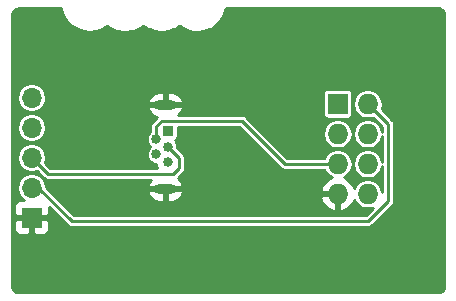
<source format=gbr>
G04 #@! TF.GenerationSoftware,KiCad,Pcbnew,5.0.2-bee76a0~70~ubuntu18.04.1*
G04 #@! TF.CreationDate,2019-08-13T19:21:40+01:00*
G04 #@! TF.ProjectId,SOICbite_USB,534f4943-6269-4746-955f-5553422e6b69,rev?*
G04 #@! TF.SameCoordinates,Original*
G04 #@! TF.FileFunction,Copper,L2,Bot*
G04 #@! TF.FilePolarity,Positive*
%FSLAX46Y46*%
G04 Gerber Fmt 4.6, Leading zero omitted, Abs format (unit mm)*
G04 Created by KiCad (PCBNEW 5.0.2-bee76a0~70~ubuntu18.04.1) date Tue 13 Aug 2019 19:21:40 BST*
%MOMM*%
%LPD*%
G01*
G04 APERTURE LIST*
G04 #@! TA.AperFunction,ComponentPad*
%ADD10R,0.840000X0.840000*%
G04 #@! TD*
G04 #@! TA.AperFunction,ComponentPad*
%ADD11C,0.840000*%
G04 #@! TD*
G04 #@! TA.AperFunction,ComponentPad*
%ADD12O,1.850000X0.850000*%
G04 #@! TD*
G04 #@! TA.AperFunction,ComponentPad*
%ADD13R,1.727200X1.727200*%
G04 #@! TD*
G04 #@! TA.AperFunction,ComponentPad*
%ADD14O,1.727200X1.727200*%
G04 #@! TD*
G04 #@! TA.AperFunction,ComponentPad*
%ADD15R,1.700000X1.700000*%
G04 #@! TD*
G04 #@! TA.AperFunction,ComponentPad*
%ADD16O,1.700000X1.700000*%
G04 #@! TD*
G04 #@! TA.AperFunction,Conductor*
%ADD17C,0.250000*%
G04 #@! TD*
G04 #@! TA.AperFunction,Conductor*
%ADD18C,0.254000*%
G04 #@! TD*
G04 APERTURE END LIST*
D10*
G04 #@! TO.P,J1,1*
G04 #@! TO.N,+5V*
X118650000Y-94400000D03*
D11*
G04 #@! TO.P,J1,2*
G04 #@! TO.N,/USB-*
X117650000Y-95050000D03*
G04 #@! TO.P,J1,3*
G04 #@! TO.N,/USB+*
X118650000Y-95700000D03*
G04 #@! TO.P,J1,4*
G04 #@! TO.N,/USB_ID*
X117650000Y-96350000D03*
G04 #@! TO.P,J1,5*
G04 #@! TO.N,GND*
X118650000Y-97000000D03*
D12*
G04 #@! TO.P,J1,6*
X118430000Y-92125000D03*
X118430000Y-99275000D03*
G04 #@! TD*
D13*
G04 #@! TO.P,J2,1*
G04 #@! TO.N,+5V*
X133015001Y-92060001D03*
D14*
G04 #@! TO.P,J2,2*
G04 #@! TO.N,/USB_ID*
X135555001Y-92060001D03*
G04 #@! TO.P,J2,3*
G04 #@! TO.N,/USB+*
X133015001Y-94600001D03*
G04 #@! TO.P,J2,4*
G04 #@! TO.N,N/C*
X135555001Y-94600001D03*
G04 #@! TO.P,J2,5*
G04 #@! TO.N,/USB-*
X133015001Y-97140001D03*
G04 #@! TO.P,J2,6*
G04 #@! TO.N,N/C*
X135555001Y-97140001D03*
G04 #@! TO.P,J2,7*
G04 #@! TO.N,GND*
X133015001Y-99680001D03*
G04 #@! TO.P,J2,8*
G04 #@! TO.N,N/C*
X135555001Y-99680001D03*
G04 #@! TD*
D15*
G04 #@! TO.P,J3,1*
G04 #@! TO.N,GND*
X107100000Y-101700000D03*
D16*
G04 #@! TO.P,J3,2*
G04 #@! TO.N,/USB_ID*
X107100000Y-99160000D03*
G04 #@! TO.P,J3,3*
G04 #@! TO.N,/USB+*
X107100000Y-96620000D03*
G04 #@! TO.P,J3,4*
G04 #@! TO.N,/USB-*
X107100000Y-94080000D03*
G04 #@! TO.P,J3,5*
G04 #@! TO.N,+5V*
X107100000Y-91540000D03*
G04 #@! TD*
D17*
G04 #@! TO.N,/USB-*
X117650000Y-93974998D02*
X117650000Y-94456031D01*
X118124998Y-93500000D02*
X117650000Y-93974998D01*
X124900000Y-93500000D02*
X118124998Y-93500000D01*
X117650000Y-94456031D02*
X117650000Y-95050000D01*
X133015001Y-97140001D02*
X128540001Y-97140001D01*
X128540001Y-97140001D02*
X124900000Y-93500000D01*
G04 #@! TO.N,/USB+*
X107949999Y-97469999D02*
X107100000Y-96620000D01*
X108480000Y-98000000D02*
X107949999Y-97469999D01*
X119100000Y-98000000D02*
X108480000Y-98000000D01*
X119600000Y-97500000D02*
X119100000Y-98000000D01*
X118650000Y-95700000D02*
X119600000Y-96650000D01*
X119600000Y-96650000D02*
X119600000Y-97500000D01*
G04 #@! TO.N,/USB_ID*
X110500000Y-102000000D02*
X107660000Y-99160000D01*
X137300000Y-100300000D02*
X135600000Y-102000000D01*
X107660000Y-99160000D02*
X107100000Y-99160000D01*
X135600000Y-102000000D02*
X110500000Y-102000000D01*
X135555001Y-92060001D02*
X137300000Y-93805000D01*
X137300000Y-93805000D02*
X137300000Y-100300000D01*
G04 #@! TD*
D18*
G04 #@! TO.N,GND*
G36*
X109716264Y-84393348D02*
X109740339Y-84450411D01*
X109763680Y-84507678D01*
X109766522Y-84512470D01*
X110058792Y-84998409D01*
X110097888Y-85046388D01*
X110136390Y-85094835D01*
X110140463Y-85098637D01*
X110557371Y-85483012D01*
X110608329Y-85518067D01*
X110658914Y-85553784D01*
X110663890Y-85556290D01*
X111171923Y-85808204D01*
X111230727Y-85827566D01*
X111289248Y-85847631D01*
X111294727Y-85848639D01*
X111853042Y-85947840D01*
X111914867Y-85949918D01*
X111976719Y-85952754D01*
X111982260Y-85952183D01*
X112545978Y-85890695D01*
X112605918Y-85875333D01*
X112666059Y-85860700D01*
X112671215Y-85858598D01*
X112671220Y-85858597D01*
X112671225Y-85858594D01*
X113195020Y-85641365D01*
X113248212Y-85609813D01*
X113301859Y-85578872D01*
X113306220Y-85575406D01*
X113462691Y-85449487D01*
X113620216Y-85575740D01*
X113644462Y-85590258D01*
X113666289Y-85608202D01*
X113725576Y-85638967D01*
X114255310Y-85866287D01*
X114282989Y-85873924D01*
X114309250Y-85885520D01*
X114374625Y-85899208D01*
X114945977Y-85975697D01*
X114974689Y-85975609D01*
X115003101Y-85979716D01*
X115069750Y-85975319D01*
X115640624Y-85895342D01*
X115668251Y-85887537D01*
X115696723Y-85883852D01*
X115759734Y-85861693D01*
X116288071Y-85631145D01*
X116312584Y-85616197D01*
X116339015Y-85604991D01*
X116393746Y-85566704D01*
X116554942Y-85435353D01*
X116710675Y-85560169D01*
X116734921Y-85574687D01*
X116756748Y-85592631D01*
X116816035Y-85623396D01*
X117345769Y-85850716D01*
X117373448Y-85858353D01*
X117399709Y-85869949D01*
X117465084Y-85883637D01*
X118036436Y-85960126D01*
X118065148Y-85960038D01*
X118093560Y-85964145D01*
X118160209Y-85959748D01*
X118731083Y-85879771D01*
X118758710Y-85871966D01*
X118787182Y-85868281D01*
X118850193Y-85846122D01*
X119378530Y-85615574D01*
X119403043Y-85600626D01*
X119429474Y-85589420D01*
X119484205Y-85551133D01*
X119622752Y-85438238D01*
X119640778Y-85453434D01*
X119645521Y-85456356D01*
X120126500Y-85748578D01*
X120183414Y-85772890D01*
X120240023Y-85797894D01*
X120245396Y-85799367D01*
X120789059Y-85944849D01*
X120850523Y-85952212D01*
X120911861Y-85960321D01*
X120917431Y-85960227D01*
X121480074Y-85947273D01*
X121541105Y-85937094D01*
X121602283Y-85927657D01*
X121607603Y-85926003D01*
X122143993Y-85755654D01*
X122199704Y-85728760D01*
X122255784Y-85702527D01*
X122260426Y-85699447D01*
X122727445Y-85385399D01*
X122773352Y-85343964D01*
X122819832Y-85303031D01*
X122823423Y-85298771D01*
X123183528Y-84866269D01*
X123215983Y-84813579D01*
X123249084Y-84761281D01*
X123251334Y-84756185D01*
X123475577Y-84239997D01*
X123491936Y-84180324D01*
X123509030Y-84120832D01*
X123509760Y-84115308D01*
X123526682Y-83981000D01*
X141547373Y-83981000D01*
X141564073Y-83977678D01*
X141704761Y-84005663D01*
X141878349Y-84121651D01*
X141994337Y-84295239D01*
X142022322Y-84435928D01*
X142019000Y-84452628D01*
X142019001Y-107547373D01*
X142022322Y-107564070D01*
X141994337Y-107704761D01*
X141878349Y-107878349D01*
X141704761Y-107994337D01*
X141564073Y-108022322D01*
X141547373Y-108019000D01*
X105952627Y-108019000D01*
X105935927Y-108022322D01*
X105795239Y-107994337D01*
X105621651Y-107878349D01*
X105505663Y-107704761D01*
X105477678Y-107564073D01*
X105481000Y-107547373D01*
X105481000Y-101985750D01*
X105615000Y-101985750D01*
X105615000Y-102676310D01*
X105711673Y-102909699D01*
X105890302Y-103088327D01*
X106123691Y-103185000D01*
X106814250Y-103185000D01*
X106973000Y-103026250D01*
X106973000Y-101827000D01*
X107227000Y-101827000D01*
X107227000Y-103026250D01*
X107385750Y-103185000D01*
X108076309Y-103185000D01*
X108309698Y-103088327D01*
X108488327Y-102909699D01*
X108585000Y-102676310D01*
X108585000Y-101985750D01*
X108426250Y-101827000D01*
X107227000Y-101827000D01*
X106973000Y-101827000D01*
X105773750Y-101827000D01*
X105615000Y-101985750D01*
X105481000Y-101985750D01*
X105481000Y-100723690D01*
X105615000Y-100723690D01*
X105615000Y-101414250D01*
X105773750Y-101573000D01*
X106973000Y-101573000D01*
X106973000Y-101553000D01*
X107227000Y-101553000D01*
X107227000Y-101573000D01*
X108426250Y-101573000D01*
X108585000Y-101414250D01*
X108585000Y-100800592D01*
X110106965Y-102322558D01*
X110135194Y-102364806D01*
X110177441Y-102393034D01*
X110177442Y-102393035D01*
X110302569Y-102476641D01*
X110500000Y-102515913D01*
X110549835Y-102506000D01*
X135550166Y-102506000D01*
X135600000Y-102515913D01*
X135649834Y-102506000D01*
X135649835Y-102506000D01*
X135797431Y-102476641D01*
X135964806Y-102364806D01*
X135993039Y-102322553D01*
X137622555Y-100693037D01*
X137664806Y-100664806D01*
X137776641Y-100497431D01*
X137806000Y-100349835D01*
X137815913Y-100300001D01*
X137806000Y-100250167D01*
X137806000Y-93854833D01*
X137815913Y-93804999D01*
X137794516Y-93697431D01*
X137776641Y-93607569D01*
X137664806Y-93440194D01*
X137622556Y-93411964D01*
X136732170Y-92521579D01*
X136823984Y-92060001D01*
X136727388Y-91574382D01*
X136452307Y-91162695D01*
X136040620Y-90887614D01*
X135677582Y-90815401D01*
X135432420Y-90815401D01*
X135069382Y-90887614D01*
X134657695Y-91162695D01*
X134382614Y-91574382D01*
X134286018Y-92060001D01*
X134382614Y-92545620D01*
X134657695Y-92957307D01*
X135069382Y-93232388D01*
X135432420Y-93304601D01*
X135677582Y-93304601D01*
X136016579Y-93237170D01*
X136794000Y-94014592D01*
X136794000Y-94449262D01*
X136727388Y-94114382D01*
X136452307Y-93702695D01*
X136040620Y-93427614D01*
X135677582Y-93355401D01*
X135432420Y-93355401D01*
X135069382Y-93427614D01*
X134657695Y-93702695D01*
X134382614Y-94114382D01*
X134286018Y-94600001D01*
X134382614Y-95085620D01*
X134657695Y-95497307D01*
X135069382Y-95772388D01*
X135432420Y-95844601D01*
X135677582Y-95844601D01*
X136040620Y-95772388D01*
X136452307Y-95497307D01*
X136727388Y-95085620D01*
X136794000Y-94750739D01*
X136794000Y-96989264D01*
X136727388Y-96654382D01*
X136452307Y-96242695D01*
X136040620Y-95967614D01*
X135677582Y-95895401D01*
X135432420Y-95895401D01*
X135069382Y-95967614D01*
X134657695Y-96242695D01*
X134382614Y-96654382D01*
X134286018Y-97140001D01*
X134382614Y-97625620D01*
X134657695Y-98037307D01*
X135069382Y-98312388D01*
X135432420Y-98384601D01*
X135677582Y-98384601D01*
X136040620Y-98312388D01*
X136452307Y-98037307D01*
X136727388Y-97625620D01*
X136794001Y-97290737D01*
X136794001Y-99529266D01*
X136727388Y-99194382D01*
X136452307Y-98782695D01*
X136040620Y-98507614D01*
X135677582Y-98435401D01*
X135432420Y-98435401D01*
X135069382Y-98507614D01*
X134657695Y-98782695D01*
X134404166Y-99162127D01*
X134297689Y-98905054D01*
X133903491Y-98473180D01*
X133525271Y-98295917D01*
X133912307Y-98037307D01*
X134187388Y-97625620D01*
X134283984Y-97140001D01*
X134187388Y-96654382D01*
X133912307Y-96242695D01*
X133500620Y-95967614D01*
X133137582Y-95895401D01*
X132892420Y-95895401D01*
X132529382Y-95967614D01*
X132117695Y-96242695D01*
X131856232Y-96634001D01*
X128749593Y-96634001D01*
X126715593Y-94600001D01*
X131746018Y-94600001D01*
X131842614Y-95085620D01*
X132117695Y-95497307D01*
X132529382Y-95772388D01*
X132892420Y-95844601D01*
X133137582Y-95844601D01*
X133500620Y-95772388D01*
X133912307Y-95497307D01*
X134187388Y-95085620D01*
X134283984Y-94600001D01*
X134187388Y-94114382D01*
X133912307Y-93702695D01*
X133500620Y-93427614D01*
X133137582Y-93355401D01*
X132892420Y-93355401D01*
X132529382Y-93427614D01*
X132117695Y-93702695D01*
X131842614Y-94114382D01*
X131746018Y-94600001D01*
X126715593Y-94600001D01*
X125293039Y-93177448D01*
X125264806Y-93135194D01*
X125097431Y-93023359D01*
X124949835Y-92994000D01*
X124949834Y-92994000D01*
X124900000Y-92984087D01*
X124850166Y-92994000D01*
X119525023Y-92994000D01*
X119769336Y-92784731D01*
X119949540Y-92415062D01*
X119822257Y-92252000D01*
X118557000Y-92252000D01*
X118557000Y-92272000D01*
X118303000Y-92272000D01*
X118303000Y-92252000D01*
X117037743Y-92252000D01*
X116910460Y-92415062D01*
X117090664Y-92784731D01*
X117407023Y-93055712D01*
X117740540Y-93164606D01*
X117731961Y-93177445D01*
X117327447Y-93581960D01*
X117285194Y-93610192D01*
X117173359Y-93777568D01*
X117164410Y-93822558D01*
X117134087Y-93974998D01*
X117144000Y-94024833D01*
X117144001Y-94406193D01*
X117144000Y-94406197D01*
X117144000Y-94423215D01*
X116970945Y-94596270D01*
X116849000Y-94890671D01*
X116849000Y-95209329D01*
X116970945Y-95503730D01*
X117167215Y-95700000D01*
X116970945Y-95896270D01*
X116849000Y-96190671D01*
X116849000Y-96509329D01*
X116970945Y-96803730D01*
X117196270Y-97029055D01*
X117490671Y-97151000D01*
X117603659Y-97151000D01*
X117614873Y-97292531D01*
X117698324Y-97494000D01*
X108689592Y-97494000D01*
X108343035Y-97147444D01*
X108343033Y-97147441D01*
X108265603Y-97070011D01*
X108355116Y-96620000D01*
X108259576Y-96139688D01*
X107987501Y-95732499D01*
X107580312Y-95460424D01*
X107221239Y-95389000D01*
X106978761Y-95389000D01*
X106619688Y-95460424D01*
X106212499Y-95732499D01*
X105940424Y-96139688D01*
X105844884Y-96620000D01*
X105940424Y-97100312D01*
X106212499Y-97507501D01*
X106619688Y-97779576D01*
X106978761Y-97851000D01*
X107221239Y-97851000D01*
X107550011Y-97785603D01*
X107627441Y-97863033D01*
X107627444Y-97863035D01*
X108086963Y-98322555D01*
X108115194Y-98364806D01*
X108220848Y-98435401D01*
X108282568Y-98476641D01*
X108480000Y-98515913D01*
X108529835Y-98506000D01*
X117218231Y-98506000D01*
X117090664Y-98615269D01*
X116910460Y-98984938D01*
X117037743Y-99148000D01*
X118303000Y-99148000D01*
X118303000Y-99128000D01*
X118557000Y-99128000D01*
X118557000Y-99148000D01*
X119822257Y-99148000D01*
X119949540Y-98984938D01*
X119769336Y-98615269D01*
X119469219Y-98358201D01*
X119493038Y-98322553D01*
X119922555Y-97893037D01*
X119964806Y-97864806D01*
X120053601Y-97731913D01*
X120076641Y-97697432D01*
X120115913Y-97500000D01*
X120106000Y-97450165D01*
X120106000Y-96699834D01*
X120115913Y-96650000D01*
X120087931Y-96509329D01*
X120076641Y-96452569D01*
X119964806Y-96285194D01*
X119922556Y-96256964D01*
X119451000Y-95785409D01*
X119451000Y-95540671D01*
X119329055Y-95246270D01*
X119244448Y-95161663D01*
X119344686Y-95094686D01*
X119428894Y-94968659D01*
X119458464Y-94820000D01*
X119458464Y-94006000D01*
X124690409Y-94006000D01*
X128146964Y-97462556D01*
X128175195Y-97504807D01*
X128287782Y-97580034D01*
X128342569Y-97616642D01*
X128540001Y-97655914D01*
X128589836Y-97646001D01*
X131856232Y-97646001D01*
X132117695Y-98037307D01*
X132504731Y-98295917D01*
X132126511Y-98473180D01*
X131732313Y-98905054D01*
X131560043Y-99320975D01*
X131681184Y-99553001D01*
X132888001Y-99553001D01*
X132888001Y-99533001D01*
X133142001Y-99533001D01*
X133142001Y-99553001D01*
X133162001Y-99553001D01*
X133162001Y-99807001D01*
X133142001Y-99807001D01*
X133142001Y-101014470D01*
X133374028Y-101134969D01*
X133903491Y-100886822D01*
X134297689Y-100454948D01*
X134404166Y-100197875D01*
X134657695Y-100577307D01*
X135069382Y-100852388D01*
X135432420Y-100924601D01*
X135677582Y-100924601D01*
X136029885Y-100854523D01*
X135390409Y-101494000D01*
X110709593Y-101494000D01*
X108780654Y-99565062D01*
X116910460Y-99565062D01*
X117090664Y-99934731D01*
X117407023Y-100205712D01*
X117803000Y-100335000D01*
X118303000Y-100335000D01*
X118303000Y-99402000D01*
X118557000Y-99402000D01*
X118557000Y-100335000D01*
X119057000Y-100335000D01*
X119452977Y-100205712D01*
X119647574Y-100039027D01*
X131560043Y-100039027D01*
X131732313Y-100454948D01*
X132126511Y-100886822D01*
X132655974Y-101134969D01*
X132888001Y-101014470D01*
X132888001Y-99807001D01*
X131681184Y-99807001D01*
X131560043Y-100039027D01*
X119647574Y-100039027D01*
X119769336Y-99934731D01*
X119949540Y-99565062D01*
X119822257Y-99402000D01*
X118557000Y-99402000D01*
X118303000Y-99402000D01*
X117037743Y-99402000D01*
X116910460Y-99565062D01*
X108780654Y-99565062D01*
X108350032Y-99134441D01*
X108259576Y-98679688D01*
X107987501Y-98272499D01*
X107580312Y-98000424D01*
X107221239Y-97929000D01*
X106978761Y-97929000D01*
X106619688Y-98000424D01*
X106212499Y-98272499D01*
X105940424Y-98679688D01*
X105844884Y-99160000D01*
X105940424Y-99640312D01*
X106212499Y-100047501D01*
X106463179Y-100215000D01*
X106123691Y-100215000D01*
X105890302Y-100311673D01*
X105711673Y-100490301D01*
X105615000Y-100723690D01*
X105481000Y-100723690D01*
X105481000Y-94080000D01*
X105844884Y-94080000D01*
X105940424Y-94560312D01*
X106212499Y-94967501D01*
X106619688Y-95239576D01*
X106978761Y-95311000D01*
X107221239Y-95311000D01*
X107580312Y-95239576D01*
X107987501Y-94967501D01*
X108259576Y-94560312D01*
X108355116Y-94080000D01*
X108259576Y-93599688D01*
X107987501Y-93192499D01*
X107580312Y-92920424D01*
X107221239Y-92849000D01*
X106978761Y-92849000D01*
X106619688Y-92920424D01*
X106212499Y-93192499D01*
X105940424Y-93599688D01*
X105844884Y-94080000D01*
X105481000Y-94080000D01*
X105481000Y-91540000D01*
X105844884Y-91540000D01*
X105940424Y-92020312D01*
X106212499Y-92427501D01*
X106619688Y-92699576D01*
X106978761Y-92771000D01*
X107221239Y-92771000D01*
X107580312Y-92699576D01*
X107987501Y-92427501D01*
X108259576Y-92020312D01*
X108296449Y-91834938D01*
X116910460Y-91834938D01*
X117037743Y-91998000D01*
X118303000Y-91998000D01*
X118303000Y-91065000D01*
X118557000Y-91065000D01*
X118557000Y-91998000D01*
X119822257Y-91998000D01*
X119949540Y-91834938D01*
X119769336Y-91465269D01*
X119455444Y-91196401D01*
X131762937Y-91196401D01*
X131762937Y-92923601D01*
X131792507Y-93072260D01*
X131876715Y-93198287D01*
X132002742Y-93282495D01*
X132151401Y-93312065D01*
X133878601Y-93312065D01*
X134027260Y-93282495D01*
X134153287Y-93198287D01*
X134237495Y-93072260D01*
X134267065Y-92923601D01*
X134267065Y-91196401D01*
X134237495Y-91047742D01*
X134153287Y-90921715D01*
X134027260Y-90837507D01*
X133878601Y-90807937D01*
X132151401Y-90807937D01*
X132002742Y-90837507D01*
X131876715Y-90921715D01*
X131792507Y-91047742D01*
X131762937Y-91196401D01*
X119455444Y-91196401D01*
X119452977Y-91194288D01*
X119057000Y-91065000D01*
X118557000Y-91065000D01*
X118303000Y-91065000D01*
X117803000Y-91065000D01*
X117407023Y-91194288D01*
X117090664Y-91465269D01*
X116910460Y-91834938D01*
X108296449Y-91834938D01*
X108355116Y-91540000D01*
X108259576Y-91059688D01*
X107987501Y-90652499D01*
X107580312Y-90380424D01*
X107221239Y-90309000D01*
X106978761Y-90309000D01*
X106619688Y-90380424D01*
X106212499Y-90652499D01*
X105940424Y-91059688D01*
X105844884Y-91540000D01*
X105481000Y-91540000D01*
X105481000Y-84452627D01*
X105477678Y-84435927D01*
X105505663Y-84295239D01*
X105621651Y-84121651D01*
X105795239Y-84005663D01*
X106044911Y-83956000D01*
X109601324Y-83956000D01*
X109716264Y-84393348D01*
X109716264Y-84393348D01*
G37*
X109716264Y-84393348D02*
X109740339Y-84450411D01*
X109763680Y-84507678D01*
X109766522Y-84512470D01*
X110058792Y-84998409D01*
X110097888Y-85046388D01*
X110136390Y-85094835D01*
X110140463Y-85098637D01*
X110557371Y-85483012D01*
X110608329Y-85518067D01*
X110658914Y-85553784D01*
X110663890Y-85556290D01*
X111171923Y-85808204D01*
X111230727Y-85827566D01*
X111289248Y-85847631D01*
X111294727Y-85848639D01*
X111853042Y-85947840D01*
X111914867Y-85949918D01*
X111976719Y-85952754D01*
X111982260Y-85952183D01*
X112545978Y-85890695D01*
X112605918Y-85875333D01*
X112666059Y-85860700D01*
X112671215Y-85858598D01*
X112671220Y-85858597D01*
X112671225Y-85858594D01*
X113195020Y-85641365D01*
X113248212Y-85609813D01*
X113301859Y-85578872D01*
X113306220Y-85575406D01*
X113462691Y-85449487D01*
X113620216Y-85575740D01*
X113644462Y-85590258D01*
X113666289Y-85608202D01*
X113725576Y-85638967D01*
X114255310Y-85866287D01*
X114282989Y-85873924D01*
X114309250Y-85885520D01*
X114374625Y-85899208D01*
X114945977Y-85975697D01*
X114974689Y-85975609D01*
X115003101Y-85979716D01*
X115069750Y-85975319D01*
X115640624Y-85895342D01*
X115668251Y-85887537D01*
X115696723Y-85883852D01*
X115759734Y-85861693D01*
X116288071Y-85631145D01*
X116312584Y-85616197D01*
X116339015Y-85604991D01*
X116393746Y-85566704D01*
X116554942Y-85435353D01*
X116710675Y-85560169D01*
X116734921Y-85574687D01*
X116756748Y-85592631D01*
X116816035Y-85623396D01*
X117345769Y-85850716D01*
X117373448Y-85858353D01*
X117399709Y-85869949D01*
X117465084Y-85883637D01*
X118036436Y-85960126D01*
X118065148Y-85960038D01*
X118093560Y-85964145D01*
X118160209Y-85959748D01*
X118731083Y-85879771D01*
X118758710Y-85871966D01*
X118787182Y-85868281D01*
X118850193Y-85846122D01*
X119378530Y-85615574D01*
X119403043Y-85600626D01*
X119429474Y-85589420D01*
X119484205Y-85551133D01*
X119622752Y-85438238D01*
X119640778Y-85453434D01*
X119645521Y-85456356D01*
X120126500Y-85748578D01*
X120183414Y-85772890D01*
X120240023Y-85797894D01*
X120245396Y-85799367D01*
X120789059Y-85944849D01*
X120850523Y-85952212D01*
X120911861Y-85960321D01*
X120917431Y-85960227D01*
X121480074Y-85947273D01*
X121541105Y-85937094D01*
X121602283Y-85927657D01*
X121607603Y-85926003D01*
X122143993Y-85755654D01*
X122199704Y-85728760D01*
X122255784Y-85702527D01*
X122260426Y-85699447D01*
X122727445Y-85385399D01*
X122773352Y-85343964D01*
X122819832Y-85303031D01*
X122823423Y-85298771D01*
X123183528Y-84866269D01*
X123215983Y-84813579D01*
X123249084Y-84761281D01*
X123251334Y-84756185D01*
X123475577Y-84239997D01*
X123491936Y-84180324D01*
X123509030Y-84120832D01*
X123509760Y-84115308D01*
X123526682Y-83981000D01*
X141547373Y-83981000D01*
X141564073Y-83977678D01*
X141704761Y-84005663D01*
X141878349Y-84121651D01*
X141994337Y-84295239D01*
X142022322Y-84435928D01*
X142019000Y-84452628D01*
X142019001Y-107547373D01*
X142022322Y-107564070D01*
X141994337Y-107704761D01*
X141878349Y-107878349D01*
X141704761Y-107994337D01*
X141564073Y-108022322D01*
X141547373Y-108019000D01*
X105952627Y-108019000D01*
X105935927Y-108022322D01*
X105795239Y-107994337D01*
X105621651Y-107878349D01*
X105505663Y-107704761D01*
X105477678Y-107564073D01*
X105481000Y-107547373D01*
X105481000Y-101985750D01*
X105615000Y-101985750D01*
X105615000Y-102676310D01*
X105711673Y-102909699D01*
X105890302Y-103088327D01*
X106123691Y-103185000D01*
X106814250Y-103185000D01*
X106973000Y-103026250D01*
X106973000Y-101827000D01*
X107227000Y-101827000D01*
X107227000Y-103026250D01*
X107385750Y-103185000D01*
X108076309Y-103185000D01*
X108309698Y-103088327D01*
X108488327Y-102909699D01*
X108585000Y-102676310D01*
X108585000Y-101985750D01*
X108426250Y-101827000D01*
X107227000Y-101827000D01*
X106973000Y-101827000D01*
X105773750Y-101827000D01*
X105615000Y-101985750D01*
X105481000Y-101985750D01*
X105481000Y-100723690D01*
X105615000Y-100723690D01*
X105615000Y-101414250D01*
X105773750Y-101573000D01*
X106973000Y-101573000D01*
X106973000Y-101553000D01*
X107227000Y-101553000D01*
X107227000Y-101573000D01*
X108426250Y-101573000D01*
X108585000Y-101414250D01*
X108585000Y-100800592D01*
X110106965Y-102322558D01*
X110135194Y-102364806D01*
X110177441Y-102393034D01*
X110177442Y-102393035D01*
X110302569Y-102476641D01*
X110500000Y-102515913D01*
X110549835Y-102506000D01*
X135550166Y-102506000D01*
X135600000Y-102515913D01*
X135649834Y-102506000D01*
X135649835Y-102506000D01*
X135797431Y-102476641D01*
X135964806Y-102364806D01*
X135993039Y-102322553D01*
X137622555Y-100693037D01*
X137664806Y-100664806D01*
X137776641Y-100497431D01*
X137806000Y-100349835D01*
X137815913Y-100300001D01*
X137806000Y-100250167D01*
X137806000Y-93854833D01*
X137815913Y-93804999D01*
X137794516Y-93697431D01*
X137776641Y-93607569D01*
X137664806Y-93440194D01*
X137622556Y-93411964D01*
X136732170Y-92521579D01*
X136823984Y-92060001D01*
X136727388Y-91574382D01*
X136452307Y-91162695D01*
X136040620Y-90887614D01*
X135677582Y-90815401D01*
X135432420Y-90815401D01*
X135069382Y-90887614D01*
X134657695Y-91162695D01*
X134382614Y-91574382D01*
X134286018Y-92060001D01*
X134382614Y-92545620D01*
X134657695Y-92957307D01*
X135069382Y-93232388D01*
X135432420Y-93304601D01*
X135677582Y-93304601D01*
X136016579Y-93237170D01*
X136794000Y-94014592D01*
X136794000Y-94449262D01*
X136727388Y-94114382D01*
X136452307Y-93702695D01*
X136040620Y-93427614D01*
X135677582Y-93355401D01*
X135432420Y-93355401D01*
X135069382Y-93427614D01*
X134657695Y-93702695D01*
X134382614Y-94114382D01*
X134286018Y-94600001D01*
X134382614Y-95085620D01*
X134657695Y-95497307D01*
X135069382Y-95772388D01*
X135432420Y-95844601D01*
X135677582Y-95844601D01*
X136040620Y-95772388D01*
X136452307Y-95497307D01*
X136727388Y-95085620D01*
X136794000Y-94750739D01*
X136794000Y-96989264D01*
X136727388Y-96654382D01*
X136452307Y-96242695D01*
X136040620Y-95967614D01*
X135677582Y-95895401D01*
X135432420Y-95895401D01*
X135069382Y-95967614D01*
X134657695Y-96242695D01*
X134382614Y-96654382D01*
X134286018Y-97140001D01*
X134382614Y-97625620D01*
X134657695Y-98037307D01*
X135069382Y-98312388D01*
X135432420Y-98384601D01*
X135677582Y-98384601D01*
X136040620Y-98312388D01*
X136452307Y-98037307D01*
X136727388Y-97625620D01*
X136794001Y-97290737D01*
X136794001Y-99529266D01*
X136727388Y-99194382D01*
X136452307Y-98782695D01*
X136040620Y-98507614D01*
X135677582Y-98435401D01*
X135432420Y-98435401D01*
X135069382Y-98507614D01*
X134657695Y-98782695D01*
X134404166Y-99162127D01*
X134297689Y-98905054D01*
X133903491Y-98473180D01*
X133525271Y-98295917D01*
X133912307Y-98037307D01*
X134187388Y-97625620D01*
X134283984Y-97140001D01*
X134187388Y-96654382D01*
X133912307Y-96242695D01*
X133500620Y-95967614D01*
X133137582Y-95895401D01*
X132892420Y-95895401D01*
X132529382Y-95967614D01*
X132117695Y-96242695D01*
X131856232Y-96634001D01*
X128749593Y-96634001D01*
X126715593Y-94600001D01*
X131746018Y-94600001D01*
X131842614Y-95085620D01*
X132117695Y-95497307D01*
X132529382Y-95772388D01*
X132892420Y-95844601D01*
X133137582Y-95844601D01*
X133500620Y-95772388D01*
X133912307Y-95497307D01*
X134187388Y-95085620D01*
X134283984Y-94600001D01*
X134187388Y-94114382D01*
X133912307Y-93702695D01*
X133500620Y-93427614D01*
X133137582Y-93355401D01*
X132892420Y-93355401D01*
X132529382Y-93427614D01*
X132117695Y-93702695D01*
X131842614Y-94114382D01*
X131746018Y-94600001D01*
X126715593Y-94600001D01*
X125293039Y-93177448D01*
X125264806Y-93135194D01*
X125097431Y-93023359D01*
X124949835Y-92994000D01*
X124949834Y-92994000D01*
X124900000Y-92984087D01*
X124850166Y-92994000D01*
X119525023Y-92994000D01*
X119769336Y-92784731D01*
X119949540Y-92415062D01*
X119822257Y-92252000D01*
X118557000Y-92252000D01*
X118557000Y-92272000D01*
X118303000Y-92272000D01*
X118303000Y-92252000D01*
X117037743Y-92252000D01*
X116910460Y-92415062D01*
X117090664Y-92784731D01*
X117407023Y-93055712D01*
X117740540Y-93164606D01*
X117731961Y-93177445D01*
X117327447Y-93581960D01*
X117285194Y-93610192D01*
X117173359Y-93777568D01*
X117164410Y-93822558D01*
X117134087Y-93974998D01*
X117144000Y-94024833D01*
X117144001Y-94406193D01*
X117144000Y-94406197D01*
X117144000Y-94423215D01*
X116970945Y-94596270D01*
X116849000Y-94890671D01*
X116849000Y-95209329D01*
X116970945Y-95503730D01*
X117167215Y-95700000D01*
X116970945Y-95896270D01*
X116849000Y-96190671D01*
X116849000Y-96509329D01*
X116970945Y-96803730D01*
X117196270Y-97029055D01*
X117490671Y-97151000D01*
X117603659Y-97151000D01*
X117614873Y-97292531D01*
X117698324Y-97494000D01*
X108689592Y-97494000D01*
X108343035Y-97147444D01*
X108343033Y-97147441D01*
X108265603Y-97070011D01*
X108355116Y-96620000D01*
X108259576Y-96139688D01*
X107987501Y-95732499D01*
X107580312Y-95460424D01*
X107221239Y-95389000D01*
X106978761Y-95389000D01*
X106619688Y-95460424D01*
X106212499Y-95732499D01*
X105940424Y-96139688D01*
X105844884Y-96620000D01*
X105940424Y-97100312D01*
X106212499Y-97507501D01*
X106619688Y-97779576D01*
X106978761Y-97851000D01*
X107221239Y-97851000D01*
X107550011Y-97785603D01*
X107627441Y-97863033D01*
X107627444Y-97863035D01*
X108086963Y-98322555D01*
X108115194Y-98364806D01*
X108220848Y-98435401D01*
X108282568Y-98476641D01*
X108480000Y-98515913D01*
X108529835Y-98506000D01*
X117218231Y-98506000D01*
X117090664Y-98615269D01*
X116910460Y-98984938D01*
X117037743Y-99148000D01*
X118303000Y-99148000D01*
X118303000Y-99128000D01*
X118557000Y-99128000D01*
X118557000Y-99148000D01*
X119822257Y-99148000D01*
X119949540Y-98984938D01*
X119769336Y-98615269D01*
X119469219Y-98358201D01*
X119493038Y-98322553D01*
X119922555Y-97893037D01*
X119964806Y-97864806D01*
X120053601Y-97731913D01*
X120076641Y-97697432D01*
X120115913Y-97500000D01*
X120106000Y-97450165D01*
X120106000Y-96699834D01*
X120115913Y-96650000D01*
X120087931Y-96509329D01*
X120076641Y-96452569D01*
X119964806Y-96285194D01*
X119922556Y-96256964D01*
X119451000Y-95785409D01*
X119451000Y-95540671D01*
X119329055Y-95246270D01*
X119244448Y-95161663D01*
X119344686Y-95094686D01*
X119428894Y-94968659D01*
X119458464Y-94820000D01*
X119458464Y-94006000D01*
X124690409Y-94006000D01*
X128146964Y-97462556D01*
X128175195Y-97504807D01*
X128287782Y-97580034D01*
X128342569Y-97616642D01*
X128540001Y-97655914D01*
X128589836Y-97646001D01*
X131856232Y-97646001D01*
X132117695Y-98037307D01*
X132504731Y-98295917D01*
X132126511Y-98473180D01*
X131732313Y-98905054D01*
X131560043Y-99320975D01*
X131681184Y-99553001D01*
X132888001Y-99553001D01*
X132888001Y-99533001D01*
X133142001Y-99533001D01*
X133142001Y-99553001D01*
X133162001Y-99553001D01*
X133162001Y-99807001D01*
X133142001Y-99807001D01*
X133142001Y-101014470D01*
X133374028Y-101134969D01*
X133903491Y-100886822D01*
X134297689Y-100454948D01*
X134404166Y-100197875D01*
X134657695Y-100577307D01*
X135069382Y-100852388D01*
X135432420Y-100924601D01*
X135677582Y-100924601D01*
X136029885Y-100854523D01*
X135390409Y-101494000D01*
X110709593Y-101494000D01*
X108780654Y-99565062D01*
X116910460Y-99565062D01*
X117090664Y-99934731D01*
X117407023Y-100205712D01*
X117803000Y-100335000D01*
X118303000Y-100335000D01*
X118303000Y-99402000D01*
X118557000Y-99402000D01*
X118557000Y-100335000D01*
X119057000Y-100335000D01*
X119452977Y-100205712D01*
X119647574Y-100039027D01*
X131560043Y-100039027D01*
X131732313Y-100454948D01*
X132126511Y-100886822D01*
X132655974Y-101134969D01*
X132888001Y-101014470D01*
X132888001Y-99807001D01*
X131681184Y-99807001D01*
X131560043Y-100039027D01*
X119647574Y-100039027D01*
X119769336Y-99934731D01*
X119949540Y-99565062D01*
X119822257Y-99402000D01*
X118557000Y-99402000D01*
X118303000Y-99402000D01*
X117037743Y-99402000D01*
X116910460Y-99565062D01*
X108780654Y-99565062D01*
X108350032Y-99134441D01*
X108259576Y-98679688D01*
X107987501Y-98272499D01*
X107580312Y-98000424D01*
X107221239Y-97929000D01*
X106978761Y-97929000D01*
X106619688Y-98000424D01*
X106212499Y-98272499D01*
X105940424Y-98679688D01*
X105844884Y-99160000D01*
X105940424Y-99640312D01*
X106212499Y-100047501D01*
X106463179Y-100215000D01*
X106123691Y-100215000D01*
X105890302Y-100311673D01*
X105711673Y-100490301D01*
X105615000Y-100723690D01*
X105481000Y-100723690D01*
X105481000Y-94080000D01*
X105844884Y-94080000D01*
X105940424Y-94560312D01*
X106212499Y-94967501D01*
X106619688Y-95239576D01*
X106978761Y-95311000D01*
X107221239Y-95311000D01*
X107580312Y-95239576D01*
X107987501Y-94967501D01*
X108259576Y-94560312D01*
X108355116Y-94080000D01*
X108259576Y-93599688D01*
X107987501Y-93192499D01*
X107580312Y-92920424D01*
X107221239Y-92849000D01*
X106978761Y-92849000D01*
X106619688Y-92920424D01*
X106212499Y-93192499D01*
X105940424Y-93599688D01*
X105844884Y-94080000D01*
X105481000Y-94080000D01*
X105481000Y-91540000D01*
X105844884Y-91540000D01*
X105940424Y-92020312D01*
X106212499Y-92427501D01*
X106619688Y-92699576D01*
X106978761Y-92771000D01*
X107221239Y-92771000D01*
X107580312Y-92699576D01*
X107987501Y-92427501D01*
X108259576Y-92020312D01*
X108296449Y-91834938D01*
X116910460Y-91834938D01*
X117037743Y-91998000D01*
X118303000Y-91998000D01*
X118303000Y-91065000D01*
X118557000Y-91065000D01*
X118557000Y-91998000D01*
X119822257Y-91998000D01*
X119949540Y-91834938D01*
X119769336Y-91465269D01*
X119455444Y-91196401D01*
X131762937Y-91196401D01*
X131762937Y-92923601D01*
X131792507Y-93072260D01*
X131876715Y-93198287D01*
X132002742Y-93282495D01*
X132151401Y-93312065D01*
X133878601Y-93312065D01*
X134027260Y-93282495D01*
X134153287Y-93198287D01*
X134237495Y-93072260D01*
X134267065Y-92923601D01*
X134267065Y-91196401D01*
X134237495Y-91047742D01*
X134153287Y-90921715D01*
X134027260Y-90837507D01*
X133878601Y-90807937D01*
X132151401Y-90807937D01*
X132002742Y-90837507D01*
X131876715Y-90921715D01*
X131792507Y-91047742D01*
X131762937Y-91196401D01*
X119455444Y-91196401D01*
X119452977Y-91194288D01*
X119057000Y-91065000D01*
X118557000Y-91065000D01*
X118303000Y-91065000D01*
X117803000Y-91065000D01*
X117407023Y-91194288D01*
X117090664Y-91465269D01*
X116910460Y-91834938D01*
X108296449Y-91834938D01*
X108355116Y-91540000D01*
X108259576Y-91059688D01*
X107987501Y-90652499D01*
X107580312Y-90380424D01*
X107221239Y-90309000D01*
X106978761Y-90309000D01*
X106619688Y-90380424D01*
X106212499Y-90652499D01*
X105940424Y-91059688D01*
X105844884Y-91540000D01*
X105481000Y-91540000D01*
X105481000Y-84452627D01*
X105477678Y-84435927D01*
X105505663Y-84295239D01*
X105621651Y-84121651D01*
X105795239Y-84005663D01*
X106044911Y-83956000D01*
X109601324Y-83956000D01*
X109716264Y-84393348D01*
G36*
X118843748Y-96985858D02*
X118829605Y-97000000D01*
X118843748Y-97014143D01*
X118664143Y-97193748D01*
X118650000Y-97179605D01*
X118635858Y-97193748D01*
X118456253Y-97014143D01*
X118470395Y-97000000D01*
X118456253Y-96985858D01*
X118635858Y-96806253D01*
X118650000Y-96820395D01*
X118664143Y-96806253D01*
X118843748Y-96985858D01*
X118843748Y-96985858D01*
G37*
X118843748Y-96985858D02*
X118829605Y-97000000D01*
X118843748Y-97014143D01*
X118664143Y-97193748D01*
X118650000Y-97179605D01*
X118635858Y-97193748D01*
X118456253Y-97014143D01*
X118470395Y-97000000D01*
X118456253Y-96985858D01*
X118635858Y-96806253D01*
X118650000Y-96820395D01*
X118664143Y-96806253D01*
X118843748Y-96985858D01*
G04 #@! TD*
M02*

</source>
